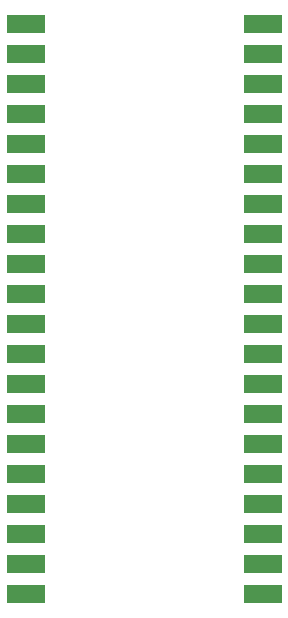
<source format=gtp>
G04 Layer: TopPasteMaskLayer*
G04 EasyEDA v6.5.22, 2023-01-22 13:06:19*
G04 0c68e4b3833447f1a742fbae9dbd46bb,e6ab44e7981244f9a09eab8f9c412657,10*
G04 Gerber Generator version 0.2*
G04 Scale: 100 percent, Rotated: No, Reflected: No *
G04 Dimensions in millimeters *
G04 leading zeros omitted , absolute positions ,4 integer and 5 decimal *
%FSLAX45Y45*%
%MOMM*%

%ADD10R,3.2000X1.6000*%

%LPD*%
D10*
G01*
X2120900Y8801100D03*
G01*
X2120900Y8547100D03*
G01*
X2120900Y8293100D03*
G01*
X2120900Y8039100D03*
G01*
X2120900Y7785100D03*
G01*
X2120900Y7531100D03*
G01*
X2120900Y7277100D03*
G01*
X2120900Y7023100D03*
G01*
X2120900Y6769100D03*
G01*
X2120900Y6515100D03*
G01*
X2120900Y6261100D03*
G01*
X2120900Y6007100D03*
G01*
X2120900Y5753100D03*
G01*
X2120900Y5499100D03*
G01*
X2120900Y5245100D03*
G01*
X2120900Y4991100D03*
G01*
X2120900Y4737100D03*
G01*
X2120900Y4483100D03*
G01*
X2120900Y4229100D03*
G01*
X2120900Y3975100D03*
G01*
X4127500Y3975100D03*
G01*
X4127500Y4229100D03*
G01*
X4127500Y4483100D03*
G01*
X4127500Y4737100D03*
G01*
X4127500Y4991100D03*
G01*
X4127500Y5245100D03*
G01*
X4127500Y5499100D03*
G01*
X4127500Y5753100D03*
G01*
X4127500Y6007100D03*
G01*
X4127500Y6261100D03*
G01*
X4127500Y6515100D03*
G01*
X4127500Y6769100D03*
G01*
X4127500Y7023100D03*
G01*
X4127500Y7277100D03*
G01*
X4127500Y7531100D03*
G01*
X4127500Y7785100D03*
G01*
X4127500Y8039100D03*
G01*
X4127500Y8293100D03*
G01*
X4127500Y8547100D03*
G01*
X4127500Y8801100D03*
M02*

</source>
